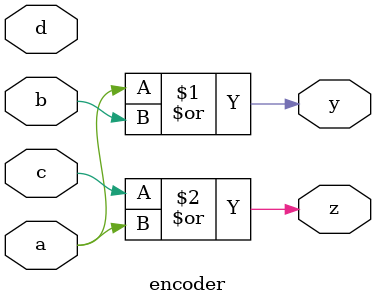
<source format=v>
module encoder(input a,
               input b,
               input c,
               input d,
               output y,
               output z);
  or or1(y,a,b);
  or or2(z,c,a);
endmodule
  

</source>
